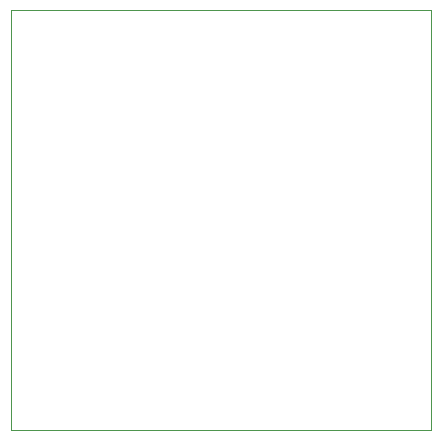
<source format=gbr>
%TF.GenerationSoftware,KiCad,Pcbnew,7.0.10*%
%TF.CreationDate,2024-01-17T03:24:25-05:00*%
%TF.ProjectId,esp32-wroom-socket,65737033-322d-4777-926f-6f6d2d736f63,rev?*%
%TF.SameCoordinates,Original*%
%TF.FileFunction,Profile,NP*%
%FSLAX46Y46*%
G04 Gerber Fmt 4.6, Leading zero omitted, Abs format (unit mm)*
G04 Created by KiCad (PCBNEW 7.0.10) date 2024-01-17 03:24:25*
%MOMM*%
%LPD*%
G01*
G04 APERTURE LIST*
%TA.AperFunction,Profile*%
%ADD10C,0.050000*%
%TD*%
G04 APERTURE END LIST*
D10*
%TO.C,U1*%
X142214600Y-76200000D02*
X177800000Y-76200000D01*
X177800000Y-76200000D02*
X177800000Y-111760000D01*
X177800000Y-111760000D02*
X142214600Y-111760000D01*
X142214600Y-111760000D02*
X142214600Y-76200000D01*
%TD*%
M02*

</source>
